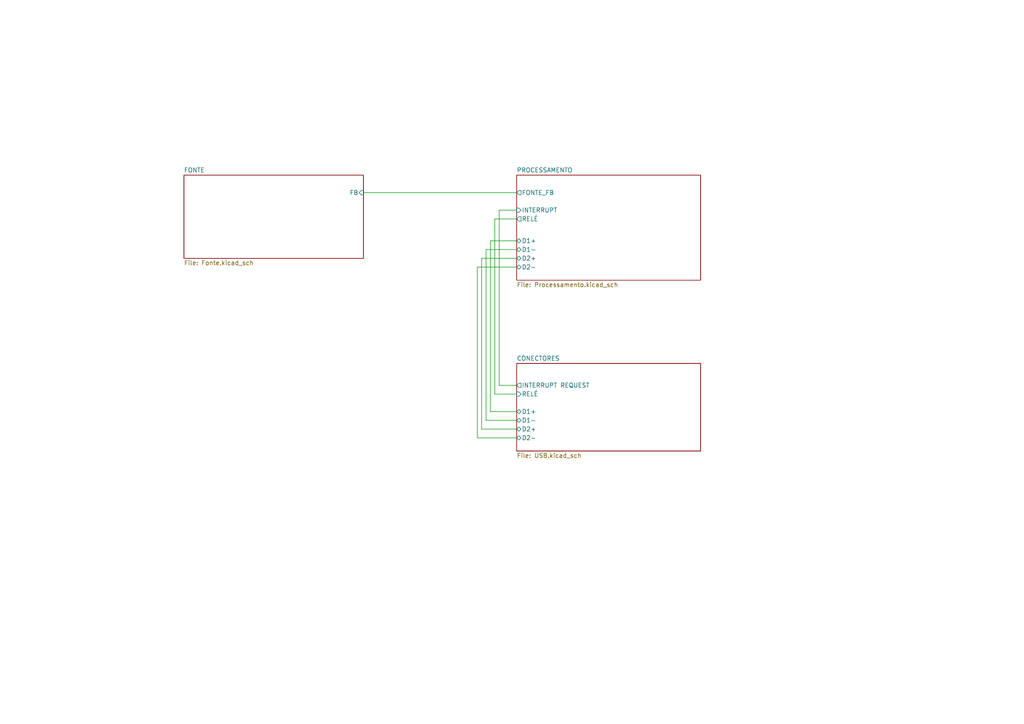
<source format=kicad_sch>
(kicad_sch
	(version 20231120)
	(generator "eeschema")
	(generator_version "8.0")
	(uuid "838ef48d-a1a0-48d3-8a2a-f7f35ad9b052")
	(paper "A4")
	(title_block
		(title "FDU3")
		(date "2024-07-20")
		(rev "V1.0")
		(company "MASP Eletrônica")
		(comment 1 "Author: Eric S. F. Roseiro")
	)
	(lib_symbols)
	(wire
		(pts
			(xy 144.78 60.96) (xy 144.78 111.76)
		)
		(stroke
			(width 0)
			(type default)
		)
		(uuid "13d2d0f0-e656-41f7-a064-29c5fd17c9c6")
	)
	(wire
		(pts
			(xy 140.97 121.92) (xy 140.97 72.39)
		)
		(stroke
			(width 0)
			(type default)
		)
		(uuid "1ec250d8-e18d-4784-985e-cd2dd5cf4575")
	)
	(wire
		(pts
			(xy 139.7 124.46) (xy 139.7 74.93)
		)
		(stroke
			(width 0)
			(type default)
		)
		(uuid "23946f57-8510-4450-881a-16d59b7c0177")
	)
	(wire
		(pts
			(xy 143.51 63.5) (xy 143.51 114.3)
		)
		(stroke
			(width 0)
			(type default)
		)
		(uuid "2b7f598c-fc97-4d13-b5ea-98a140e346a0")
	)
	(wire
		(pts
			(xy 149.86 60.96) (xy 144.78 60.96)
		)
		(stroke
			(width 0)
			(type default)
		)
		(uuid "2bf75521-e785-41b3-af01-0ee8a021bb28")
	)
	(wire
		(pts
			(xy 149.86 63.5) (xy 143.51 63.5)
		)
		(stroke
			(width 0)
			(type default)
		)
		(uuid "386e1785-d4cd-4050-b8cd-7cc5f8c4e976")
	)
	(wire
		(pts
			(xy 140.97 72.39) (xy 149.86 72.39)
		)
		(stroke
			(width 0)
			(type default)
		)
		(uuid "3b6f19b9-2be9-4e63-ab81-723c9bda76f0")
	)
	(wire
		(pts
			(xy 149.86 124.46) (xy 139.7 124.46)
		)
		(stroke
			(width 0)
			(type default)
		)
		(uuid "3e3c47d8-e85d-408b-bc19-42e3243d5890")
	)
	(wire
		(pts
			(xy 105.41 55.88) (xy 149.86 55.88)
		)
		(stroke
			(width 0)
			(type default)
		)
		(uuid "44668974-527d-4706-b1d9-67fbc9797290")
	)
	(wire
		(pts
			(xy 149.86 127) (xy 138.43 127)
		)
		(stroke
			(width 0)
			(type default)
		)
		(uuid "59b56b3a-b930-4d9e-a62b-79f2e4c61767")
	)
	(wire
		(pts
			(xy 138.43 77.47) (xy 149.86 77.47)
		)
		(stroke
			(width 0)
			(type default)
		)
		(uuid "72e5ce8d-14b7-4238-9d4d-3d211dceb9a1")
	)
	(wire
		(pts
			(xy 139.7 74.93) (xy 149.86 74.93)
		)
		(stroke
			(width 0)
			(type default)
		)
		(uuid "a21c876c-2cfb-41c0-9077-de4d452416a6")
	)
	(wire
		(pts
			(xy 142.24 69.85) (xy 149.86 69.85)
		)
		(stroke
			(width 0)
			(type default)
		)
		(uuid "ad783fe3-9cf3-4ef6-9a02-c9ae1b56134e")
	)
	(wire
		(pts
			(xy 143.51 114.3) (xy 149.86 114.3)
		)
		(stroke
			(width 0)
			(type default)
		)
		(uuid "d502db2b-660f-41ee-8eb2-f0280f264516")
	)
	(wire
		(pts
			(xy 138.43 127) (xy 138.43 77.47)
		)
		(stroke
			(width 0)
			(type default)
		)
		(uuid "df9f2aee-850e-4f17-ad90-ea121fe3b0fe")
	)
	(wire
		(pts
			(xy 149.86 119.38) (xy 142.24 119.38)
		)
		(stroke
			(width 0)
			(type default)
		)
		(uuid "e5bb2bed-2f22-4286-8bc8-ebcb26fa24dc")
	)
	(wire
		(pts
			(xy 144.78 111.76) (xy 149.86 111.76)
		)
		(stroke
			(width 0)
			(type default)
		)
		(uuid "eea9551f-678a-45a5-b2cb-78c5ad54484a")
	)
	(wire
		(pts
			(xy 149.86 121.92) (xy 140.97 121.92)
		)
		(stroke
			(width 0)
			(type default)
		)
		(uuid "f2d60a35-5496-4d2f-b137-7c9e7ed5b98f")
	)
	(wire
		(pts
			(xy 142.24 119.38) (xy 142.24 69.85)
		)
		(stroke
			(width 0)
			(type default)
		)
		(uuid "f7e7f139-b1ba-40b5-9d82-d458c40d8234")
	)
	(sheet
		(at 149.86 50.8)
		(size 53.34 30.48)
		(fields_autoplaced yes)
		(stroke
			(width 0.1524)
			(type solid)
		)
		(fill
			(color 0 0 0 0.0000)
		)
		(uuid "3066b317-583d-44cd-a997-5bae1fb92084")
		(property "Sheetname" "PROCESSAMENTO"
			(at 149.86 50.0884 0)
			(effects
				(font
					(size 1.27 1.27)
				)
				(justify left bottom)
			)
		)
		(property "Sheetfile" "Processamento.kicad_sch"
			(at 149.86 81.8646 0)
			(effects
				(font
					(size 1.27 1.27)
				)
				(justify left top)
			)
		)
		(pin "D1+" bidirectional
			(at 149.86 69.85 180)
			(effects
				(font
					(size 1.27 1.27)
				)
				(justify left)
			)
			(uuid "3f6a964b-a945-4e48-a1a5-da5490a76261")
		)
		(pin "D1-" bidirectional
			(at 149.86 72.39 180)
			(effects
				(font
					(size 1.27 1.27)
				)
				(justify left)
			)
			(uuid "da35c47b-4daf-4ae4-bd86-f2a4d51e2090")
		)
		(pin "D2+" bidirectional
			(at 149.86 74.93 180)
			(effects
				(font
					(size 1.27 1.27)
				)
				(justify left)
			)
			(uuid "af4ed2c4-ec6d-48c4-8e56-d1e38ba8a949")
		)
		(pin "D2-" bidirectional
			(at 149.86 77.47 180)
			(effects
				(font
					(size 1.27 1.27)
				)
				(justify left)
			)
			(uuid "6057904d-7acd-40f5-ae37-632b8802cc95")
		)
		(pin "FONTE_FB" output
			(at 149.86 55.88 180)
			(effects
				(font
					(size 1.27 1.27)
				)
				(justify left)
			)
			(uuid "d9fd4c3c-53dd-4b6c-b13e-95bbbd481a4c")
		)
		(pin "RELÉ" output
			(at 149.86 63.5 180)
			(effects
				(font
					(size 1.27 1.27)
				)
				(justify left)
			)
			(uuid "07934d93-e078-472b-9bf4-5478f1946849")
		)
		(pin "INTERRUPT" input
			(at 149.86 60.96 180)
			(effects
				(font
					(size 1.27 1.27)
				)
				(justify left)
			)
			(uuid "af5bd1e5-f01d-4c41-a312-a010e2c65319")
		)
		(instances
			(project "FDU-3"
				(path "/838ef48d-a1a0-48d3-8a2a-f7f35ad9b052"
					(page "3")
				)
			)
		)
	)
	(sheet
		(at 53.34 50.8)
		(size 52.07 24.13)
		(fields_autoplaced yes)
		(stroke
			(width 0.1524)
			(type solid)
		)
		(fill
			(color 0 0 0 0.0000)
		)
		(uuid "d52e0461-e936-4935-a6e8-5547c50ca3ed")
		(property "Sheetname" "FONTE"
			(at 53.34 50.0884 0)
			(effects
				(font
					(size 1.27 1.27)
				)
				(justify left bottom)
			)
		)
		(property "Sheetfile" "Fonte.kicad_sch"
			(at 53.34 75.5146 0)
			(effects
				(font
					(size 1.27 1.27)
				)
				(justify left top)
			)
		)
		(pin "FB" input
			(at 105.41 55.88 0)
			(effects
				(font
					(size 1.27 1.27)
				)
				(justify right)
			)
			(uuid "9b6160b1-3097-4d40-b697-36a840be59f9")
		)
		(instances
			(project "FDU-3"
				(path "/838ef48d-a1a0-48d3-8a2a-f7f35ad9b052"
					(page "2")
				)
			)
		)
	)
	(sheet
		(at 149.86 105.41)
		(size 53.34 25.4)
		(fields_autoplaced yes)
		(stroke
			(width 0.1524)
			(type solid)
		)
		(fill
			(color 0 0 0 0.0000)
		)
		(uuid "dbb4fdf5-7900-41fc-887b-5fd95aeb8118")
		(property "Sheetname" "CONECTORES"
			(at 149.86 104.6984 0)
			(effects
				(font
					(size 1.27 1.27)
				)
				(justify left bottom)
			)
		)
		(property "Sheetfile" "USB.kicad_sch"
			(at 149.86 131.3946 0)
			(effects
				(font
					(size 1.27 1.27)
				)
				(justify left top)
			)
		)
		(pin "D1-" bidirectional
			(at 149.86 121.92 180)
			(effects
				(font
					(size 1.27 1.27)
				)
				(justify left)
			)
			(uuid "4caeb4c9-1283-4e0b-b5cf-baaf1245904a")
		)
		(pin "D2-" bidirectional
			(at 149.86 127 180)
			(effects
				(font
					(size 1.27 1.27)
				)
				(justify left)
			)
			(uuid "a4e4e112-7bfa-4424-907e-4746db268cad")
		)
		(pin "D2+" bidirectional
			(at 149.86 124.46 180)
			(effects
				(font
					(size 1.27 1.27)
				)
				(justify left)
			)
			(uuid "07c51bb2-d19d-4cbf-8998-681ea150846c")
		)
		(pin "D1+" bidirectional
			(at 149.86 119.38 180)
			(effects
				(font
					(size 1.27 1.27)
				)
				(justify left)
			)
			(uuid "7c3ec429-6e6e-4ca6-a363-1fccd517e124")
		)
		(pin "INTERRUPT REQUEST" output
			(at 149.86 111.76 180)
			(effects
				(font
					(size 1.27 1.27)
				)
				(justify left)
			)
			(uuid "cbc38ddf-cf7a-426c-b68a-eb239eec00cc")
		)
		(pin "RELÉ" input
			(at 149.86 114.3 180)
			(effects
				(font
					(size 1.27 1.27)
				)
				(justify left)
			)
			(uuid "9d687b51-bf34-4f85-92d6-9a5c07c6034d")
		)
		(instances
			(project "FDU-3"
				(path "/838ef48d-a1a0-48d3-8a2a-f7f35ad9b052"
					(page "4")
				)
			)
		)
	)
	(sheet_instances
		(path "/"
			(page "1")
		)
	)
)

</source>
